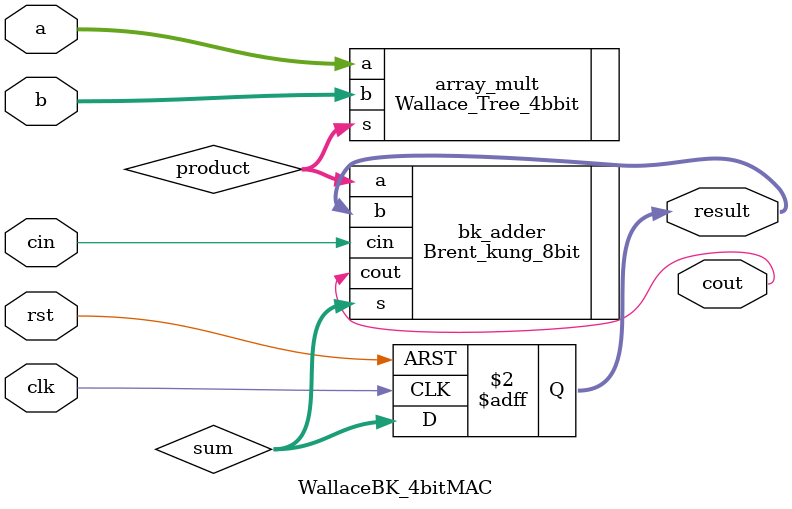
<source format=v>
module WallaceBK_4bitMAC (
    input [3:0] a,            // 4-bit multiplicand
    input [3:0] b,            // 4-bit multiplier
    input clk,                // Clock signal
    input rst,                // Reset signal
    input cin,                // Carry-in for the adder
    output reg [7:0] result,  // 8-bit result of MAC operation
    output cout               // Carry-out from the adder
);

    wire [7:0] product;       // 8-bit product from multiplier
    wire [7:0] sum;           // 8-bit sum from the adder

    // Instantiate the 4-bit Vedic Multiplier
    Wallace_Tree_4bbit array_mult (
        .a(a),
        .b(b),
        .s(product)
    );

    // Instantiate the 8-bit Kogge-Stone Adder
    Brent_kung_8bit bk_adder (
        .a(product),
        .b(result),
        .cin(cin),
        .s(sum),
        .cout(cout)
    );

    // Always block to update result at each clock edge or reset
    always @(posedge clk or posedge rst) begin
        if (rst) begin
            result <= 8'b0;      // Reset the result to 0
        end else begin
            result <= sum;       // Update result with the sum from adder
        end
    end

endmodule

</source>
